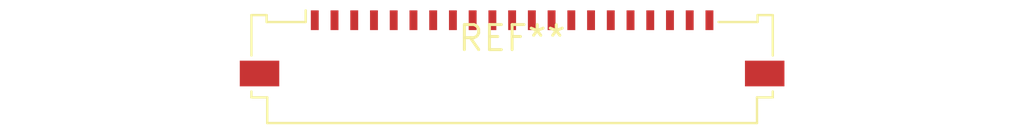
<source format=kicad_pcb>
(kicad_pcb (version 20240108) (generator pcbnew)
  (layers (0 "F.Cu" signal) (31 "B.Cu" signal) (34 "B.Paste" user) (35 "F.Paste" user) (36 "B.SilkS" user "B.Silkscreen") (37 "F.SilkS" user "F.Silkscreen") (38 "B.Mask" user) (39 "F.Mask" user) (44 "Edge.Cuts" user))
  (net 0 "")
  (footprint "Molex_200528-0210_1x21-1MP_P1.00mm_Horizontal" (layer "F.Cu") (at 0 0)
    (property "Reference" "REF**")
    (property "Value" "Molex_200528-0210_1x21-1MP_P1.00mm_Horizontal")
    (fp_line (start -13.21 -1.17) (end -13.21 0.88) (layer "F.SilkS") (stroke (width 0.12)))
    (fp_line (start -13.21 2.7) (end -13.21 3) (layer "F.SilkS") (stroke (width 0.12)))
    (fp_line (start -13.21 3) (end -12.41 3) (layer "F.SilkS") (stroke (width 0.12)))
    (fp_line (start -12.44 -1.17) (end -13.21 -1.17) (layer "F.SilkS") (stroke (width 0.12)))
    (fp_line (start -12.44 -0.82) (end -12.44 -1.17) (layer "F.SilkS") (stroke (width 0.12)))
    (fp_line (start -12.41 3) (end -12.41 4.3) (layer "F.SilkS") (stroke (width 0.12)))
    (fp_line (start -12.41 4.3) (end 12.41 4.3) (layer "F.SilkS") (stroke (width 0.12)))
    (fp_line (start -10.46 -1.41) (end -10.46 -0.82) (layer "F.SilkS") (stroke (width 0.12)))
    (fp_line (start -10.46 -0.82) (end -12.44 -0.82) (layer "F.SilkS") (stroke (width 0.12)))
    (fp_line (start 12.41 3) (end 13.21 3) (layer "F.SilkS") (stroke (width 0.12)))
    (fp_line (start 12.41 4.3) (end 12.41 3) (layer "F.SilkS") (stroke (width 0.12)))
    (fp_line (start 12.44 -1.17) (end 12.44 -0.82) (layer "F.SilkS") (stroke (width 0.12)))
    (fp_line (start 12.44 -0.82) (end 10.46 -0.82) (layer "F.SilkS") (stroke (width 0.12)))
    (fp_line (start 13.21 -1.17) (end 12.44 -1.17) (layer "F.SilkS") (stroke (width 0.12)))
    (fp_line (start 13.21 0.88) (end 13.21 -1.17) (layer "F.SilkS") (stroke (width 0.12)))
    (fp_line (start 13.21 3) (end 13.21 2.7) (layer "F.SilkS") (stroke (width 0.12)))
    (pad "1" smd rect (at -10 -0.91) (size 0.4 1) (layers "F.Cu" "F.Paste" "F.Mask"))
    (pad "2" smd rect (at -9 -0.91) (size 0.4 1) (layers "F.Cu" "F.Paste" "F.Mask"))
    (pad "3" smd rect (at -8 -0.91) (size 0.4 1) (layers "F.Cu" "F.Paste" "F.Mask"))
    (pad "4" smd rect (at -7 -0.91) (size 0.4 1) (layers "F.Cu" "F.Paste" "F.Mask"))
    (pad "5" smd rect (at -6 -0.91) (size 0.4 1) (layers "F.Cu" "F.Paste" "F.Mask"))
    (pad "6" smd rect (at -5 -0.91) (size 0.4 1) (layers "F.Cu" "F.Paste" "F.Mask"))
    (pad "7" smd rect (at -4 -0.91) (size 0.4 1) (layers "F.Cu" "F.Paste" "F.Mask"))
    (pad "8" smd rect (at -3 -0.91) (size 0.4 1) (layers "F.Cu" "F.Paste" "F.Mask"))
    (pad "9" smd rect (at -2 -0.91) (size 0.4 1) (layers "F.Cu" "F.Paste" "F.Mask"))
    (pad "10" smd rect (at -1 -0.91) (size 0.4 1) (layers "F.Cu" "F.Paste" "F.Mask"))
    (pad "11" smd rect (at 0 -0.91) (size 0.4 1) (layers "F.Cu" "F.Paste" "F.Mask"))
    (pad "12" smd rect (at 1 -0.91) (size 0.4 1) (layers "F.Cu" "F.Paste" "F.Mask"))
    (pad "13" smd rect (at 2 -0.91) (size 0.4 1) (layers "F.Cu" "F.Paste" "F.Mask"))
    (pad "14" smd rect (at 3 -0.91) (size 0.4 1) (layers "F.Cu" "F.Paste" "F.Mask"))
    (pad "15" smd rect (at 4 -0.91) (size 0.4 1) (layers "F.Cu" "F.Paste" "F.Mask"))
    (pad "16" smd rect (at 5 -0.91) (size 0.4 1) (layers "F.Cu" "F.Paste" "F.Mask"))
    (pad "17" smd rect (at 6 -0.91) (size 0.4 1) (layers "F.Cu" "F.Paste" "F.Mask"))
    (pad "18" smd rect (at 7 -0.91) (size 0.4 1) (layers "F.Cu" "F.Paste" "F.Mask"))
    (pad "19" smd rect (at 8 -0.91) (size 0.4 1) (layers "F.Cu" "F.Paste" "F.Mask"))
    (pad "20" smd rect (at 9 -0.91) (size 0.4 1) (layers "F.Cu" "F.Paste" "F.Mask"))
    (pad "21" smd rect (at 10 -0.91) (size 0.4 1) (layers "F.Cu" "F.Paste" "F.Mask"))
    (pad "MP" smd rect (at -12.8 1.79) (size 2 1.3) (layers "F.Cu" "F.Paste" "F.Mask"))
    (pad "MP" smd rect (at 12.8 1.79) (size 2 1.3) (layers "F.Cu" "F.Paste" "F.Mask"))
  )
)
</source>
